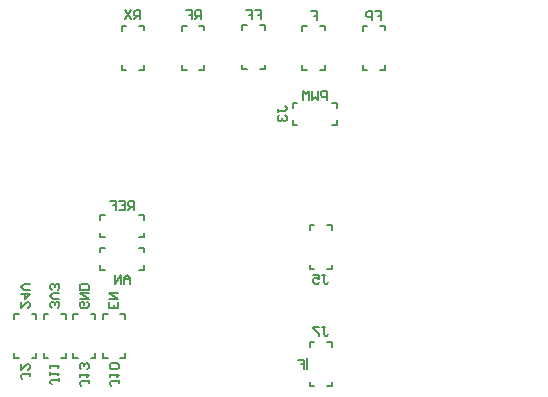
<source format=gbo>
G04*
G04 #@! TF.GenerationSoftware,Altium Limited,Altium Designer,24.1.2 (44)*
G04*
G04 Layer_Color=32896*
%FSLAX44Y44*%
%MOMM*%
G71*
G04*
G04 #@! TF.SameCoordinates,8940CB7B-32E8-470A-AB05-D825E909EC58*
G04*
G04*
G04 #@! TF.FilePolarity,Positive*
G04*
G01*
G75*
%ADD11C,0.2000*%
%ADD15C,0.1270*%
G36*
X569975Y102700D02*
Y102625D01*
X570050D01*
Y102775D01*
X569975D01*
Y102700D01*
D02*
G37*
G36*
X611225Y84850D02*
Y84700D01*
X611300D01*
Y84850D01*
X611375D01*
Y84925D01*
X611300D01*
Y84850D01*
X611225D01*
D02*
G37*
D11*
X243355Y168602D02*
Y172602D01*
Y168602D02*
X247355D01*
X276660Y168608D02*
X280660D01*
Y172608D01*
X243353Y187398D02*
X247353D01*
X243353Y183398D02*
Y187398D01*
X280643Y183392D02*
Y187392D01*
X276643D02*
X280643D01*
X243355Y141102D02*
Y145102D01*
Y141102D02*
X247355D01*
X276660Y141108D02*
X280660D01*
Y145108D01*
X243353Y159898D02*
X247353D01*
X243353Y155898D02*
Y159898D01*
X280643Y155892D02*
Y159892D01*
X276643D02*
X280643D01*
X406355Y263602D02*
Y267602D01*
Y263602D02*
X410355D01*
X439660Y263608D02*
X443660D01*
Y267608D01*
X406353Y282398D02*
X410353D01*
X406353Y278398D02*
Y282398D01*
X443643Y278392D02*
Y282392D01*
X439643D02*
X443643D01*
X312602Y347645D02*
X316602D01*
X312602Y343645D02*
Y347645D01*
X312608Y310340D02*
Y314340D01*
Y310340D02*
X316608D01*
X331398Y343647D02*
Y347647D01*
X327398D02*
X331398D01*
X327392Y310357D02*
X331392D01*
Y314357D01*
X261602Y347645D02*
X265602D01*
X261602Y343645D02*
Y347645D01*
X261608Y310340D02*
Y314340D01*
Y310340D02*
X265608D01*
X280398Y343647D02*
Y347647D01*
X276398D02*
X280398D01*
X276392Y310357D02*
X280392D01*
Y314357D01*
X420608Y75643D02*
Y79643D01*
X424608D01*
X420602Y42353D02*
X424602D01*
X420602D02*
Y46353D01*
X435392Y79660D02*
X439392D01*
Y75660D02*
Y79660D01*
X439398Y42355D02*
Y46355D01*
X435398Y42355D02*
X439398D01*
X435398Y141355D02*
X439398D01*
Y145355D01*
X439392Y174660D02*
Y178660D01*
X435392D02*
X439392D01*
X420602Y141353D02*
Y145353D01*
Y141353D02*
X424602D01*
X420608Y178643D02*
X424608D01*
X420608Y174643D02*
Y178643D01*
X363852Y348145D02*
X367852D01*
X363852Y344145D02*
Y348145D01*
X363858Y310840D02*
Y314840D01*
Y310840D02*
X367858D01*
X382648Y344147D02*
Y348147D01*
X378648D02*
X382648D01*
X378642Y310857D02*
X382642D01*
Y314857D01*
X484392Y310357D02*
Y314357D01*
X480392Y310357D02*
X484392D01*
X480398Y347647D02*
X484398D01*
Y343647D02*
Y347647D01*
X465608Y310340D02*
X469608D01*
X465608D02*
Y314340D01*
X465602Y343645D02*
Y347645D01*
X469602D01*
X414602D02*
X418602D01*
X414602Y343645D02*
Y347645D01*
X414608Y310340D02*
Y314340D01*
Y310340D02*
X418608D01*
X433398Y343647D02*
Y347647D01*
X429398D02*
X433398D01*
X429392Y310357D02*
X433392D01*
Y314357D01*
X239392Y66357D02*
Y70357D01*
X235392Y66357D02*
X239392D01*
X235398Y103647D02*
X239398D01*
Y99647D02*
Y103647D01*
X220608Y66340D02*
X224608D01*
X220608D02*
Y70340D01*
X220602Y99645D02*
Y103645D01*
X224602D01*
X195602D02*
X199602D01*
X195602Y99645D02*
Y103645D01*
X195608Y66340D02*
Y70340D01*
Y66340D02*
X199608D01*
X214398Y99647D02*
Y103647D01*
X210398D02*
X214398D01*
X210392Y66357D02*
X214392D01*
Y70357D01*
X170602Y103645D02*
X174602D01*
X170602Y99645D02*
Y103645D01*
X170608Y66340D02*
Y70340D01*
Y66340D02*
X174608D01*
X189398Y99647D02*
Y103647D01*
X185398D02*
X189398D01*
X185392Y66357D02*
X189392D01*
Y70357D01*
X260398Y66355D02*
X264398D01*
Y70355D01*
X264392Y99660D02*
Y103660D01*
X260392D02*
X264392D01*
X245602Y66353D02*
Y70353D01*
Y66353D02*
X249602D01*
X245608Y103643D02*
X249608D01*
X245608Y99643D02*
Y103643D01*
D15*
X418809Y59809D02*
Y66157D01*
Y58540D02*
Y57270D01*
X411191Y64887D02*
X416270D01*
Y61079D01*
X413730D01*
X416270D01*
Y57270D01*
X435157Y285112D02*
Y292730D01*
X431348D01*
X430078Y291460D01*
Y288921D01*
X431348Y287652D01*
X435157D01*
X427539Y292730D02*
Y285112D01*
X425000Y287652D01*
X422461Y285112D01*
Y292730D01*
X419922Y285112D02*
Y292730D01*
X417382Y290191D01*
X414843Y292730D01*
Y285112D01*
X476270Y359888D02*
X481348D01*
Y356079D01*
X478809D01*
X481348D01*
Y352270D01*
X473730D02*
Y359888D01*
X469922D01*
X468652Y358618D01*
Y356079D01*
X469922Y354809D01*
X473730D01*
X328348Y353270D02*
Y360887D01*
X324539D01*
X323270Y359618D01*
Y357079D01*
X324539Y355809D01*
X328348D01*
X325809D02*
X323270Y353270D01*
X315652Y360887D02*
X320730D01*
Y357079D01*
X318191D01*
X320730D01*
Y353270D01*
X421461Y359888D02*
X426539D01*
Y356079D01*
X424000D01*
X426539D01*
Y352270D01*
X207539Y108770D02*
X208809Y110040D01*
Y112579D01*
X207539Y113848D01*
X206269D01*
X205000Y112579D01*
Y111309D01*
Y112579D01*
X203730Y113848D01*
X202461D01*
X201191Y112579D01*
Y110040D01*
X202461Y108770D01*
X208809Y116387D02*
X203730D01*
X201191Y118927D01*
X203730Y121466D01*
X208809D01*
X207539Y124005D02*
X208809Y125275D01*
Y127814D01*
X207539Y129083D01*
X206269D01*
X205000Y127814D01*
Y126544D01*
Y127814D01*
X203730Y129083D01*
X202461D01*
X201191Y127814D01*
Y125275D01*
X202461Y124005D01*
X258809Y113848D02*
Y108770D01*
X251191D01*
Y113848D01*
X255000Y108770D02*
Y111309D01*
X251191Y116388D02*
X258809D01*
X251191Y121466D01*
X258809D01*
X268348Y129113D02*
Y134191D01*
X265809Y136730D01*
X263270Y134191D01*
Y129113D01*
Y132921D01*
X268348D01*
X260730Y129113D02*
Y136730D01*
X255652Y129113D01*
Y136730D01*
X176191Y113848D02*
Y108770D01*
X181269Y113848D01*
X182539D01*
X183809Y112579D01*
Y110040D01*
X182539Y108770D01*
X176191Y120196D02*
X183809D01*
X180000Y116387D01*
Y121466D01*
X183809Y124005D02*
X178730D01*
X176191Y126544D01*
X178730Y129083D01*
X183809D01*
X277348Y353270D02*
Y360887D01*
X273539D01*
X272270Y359618D01*
Y357079D01*
X273539Y355809D01*
X277348D01*
X274809D02*
X272270Y353270D01*
X269730Y360887D02*
X264652Y353270D01*
Y360887D02*
X269730Y353270D01*
X374270Y360887D02*
X379348D01*
Y357079D01*
X376809D01*
X379348D01*
Y353270D01*
X366652Y360887D02*
X371730D01*
Y357079D01*
X369191D01*
X371730D01*
Y353270D01*
X272157Y191770D02*
Y199387D01*
X268348D01*
X267078Y198118D01*
Y195579D01*
X268348Y194309D01*
X272157D01*
X269618D02*
X267078Y191770D01*
X259461Y199387D02*
X264539D01*
Y191770D01*
X259461D01*
X264539Y195579D02*
X262000D01*
X251843Y199387D02*
X256922D01*
Y195579D01*
X254382D01*
X256922D01*
Y191770D01*
X232539Y113848D02*
X233809Y112579D01*
Y110040D01*
X232539Y108770D01*
X227461D01*
X226191Y110040D01*
Y112579D01*
X227461Y113848D01*
X230000D01*
Y111309D01*
X226191Y116387D02*
X233809D01*
X226191Y121466D01*
X233809D01*
Y124005D02*
X226191D01*
Y127814D01*
X227461Y129083D01*
X232539D01*
X233809Y127814D01*
Y124005D01*
X431270Y92809D02*
X433809D01*
X432539D01*
Y86461D01*
X433809Y85191D01*
X435078D01*
X436348Y86461D01*
X428730Y92809D02*
X423652D01*
Y91539D01*
X428730Y86461D01*
Y85191D01*
X233809Y48056D02*
Y45517D01*
Y46787D01*
X227461D01*
X226191Y45517D01*
Y44248D01*
X227461Y42978D01*
X226191Y50596D02*
Y53135D01*
Y51865D01*
X233809D01*
X232539Y50596D01*
Y56944D02*
X233809Y58213D01*
Y60752D01*
X232539Y62022D01*
X231270D01*
X230000Y60752D01*
Y59483D01*
Y60752D01*
X228730Y62022D01*
X227461D01*
X226191Y60752D01*
Y58213D01*
X227461Y56944D01*
X258888Y48057D02*
Y45517D01*
Y46787D01*
X252540D01*
X251270Y45517D01*
Y44248D01*
X252540Y42978D01*
X251270Y50596D02*
Y53135D01*
Y51865D01*
X258888D01*
X257618Y50596D01*
Y56944D02*
X258888Y58213D01*
Y60752D01*
X257618Y62022D01*
X252540D01*
X251270Y60752D01*
Y58213D01*
X252540Y56944D01*
X257618D01*
X208730Y49326D02*
Y46787D01*
Y48056D01*
X202382D01*
X201112Y46787D01*
Y45517D01*
X202382Y44248D01*
X201112Y51865D02*
Y54404D01*
Y53135D01*
X208730D01*
X207460Y51865D01*
X201112Y58213D02*
Y60752D01*
Y59483D01*
X208730D01*
X207460Y58213D01*
X431270Y136730D02*
X433809D01*
X432539D01*
Y130382D01*
X433809Y129113D01*
X435078D01*
X436348Y130382D01*
X423652Y136730D02*
X428730D01*
Y132921D01*
X426191Y134191D01*
X424922D01*
X423652Y132921D01*
Y130382D01*
X424922Y129113D01*
X427461D01*
X428730Y130382D01*
X183730Y53730D02*
Y51191D01*
Y52461D01*
X177382D01*
X176112Y51191D01*
Y49922D01*
X177382Y48652D01*
X176112Y61348D02*
Y56270D01*
X181191Y61348D01*
X182460D01*
X183730Y60078D01*
Y57539D01*
X182460Y56270D01*
X393612Y274270D02*
Y276809D01*
Y275539D01*
X399960D01*
X401230Y276809D01*
Y278078D01*
X399960Y279348D01*
X394882Y271730D02*
X393612Y270461D01*
Y267922D01*
X394882Y266652D01*
X396152D01*
X397421Y267922D01*
Y269191D01*
Y267922D01*
X398691Y266652D01*
X399960D01*
X401230Y267922D01*
Y270461D01*
X399960Y271730D01*
M02*

</source>
